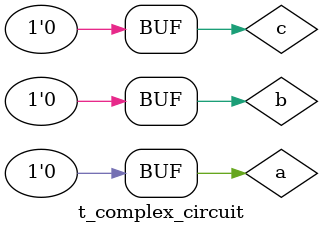
<source format=v>
module t_complex_circuit;
  wire F1, F2;
  reg a, b, c;

  complex_circuit S1(a, b, c, F1, F2);
  initial begin
    a = 0; b = 0; c = 0;
    #50
    a = 0; b = 0; c = 1;
    #50
    a = 0; b = 1; c = 0;
    #50
    a = 0; b = 1; c = 1;
    #50
    a = 1; b = 0; c = 0;
    #50
    a = 1; b = 0; c = 1;
    #50
    a = 1; b = 1; c = 0;
    #50
    a = 1; b = 1; c = 1;
    #50
    a = 0; b = 0; c = 0;
  end
endmodule

</source>
